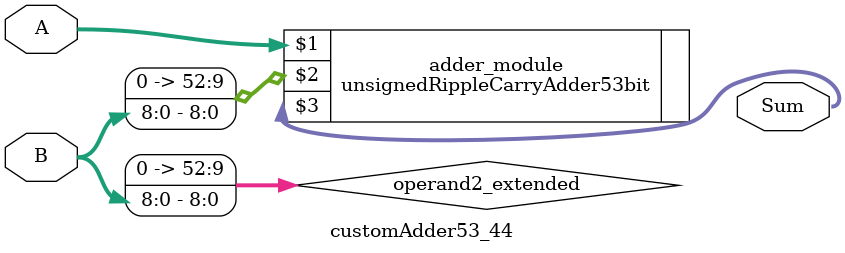
<source format=v>
module customAdder53_44(
                        input [52 : 0] A,
                        input [8 : 0] B,
                        
                        output [53 : 0] Sum
                );

        wire [52 : 0] operand2_extended;
        
        assign operand2_extended =  {44'b0, B};
        
        unsignedRippleCarryAdder53bit adder_module(
            A,
            operand2_extended,
            Sum
        );
        
        endmodule
        
</source>
